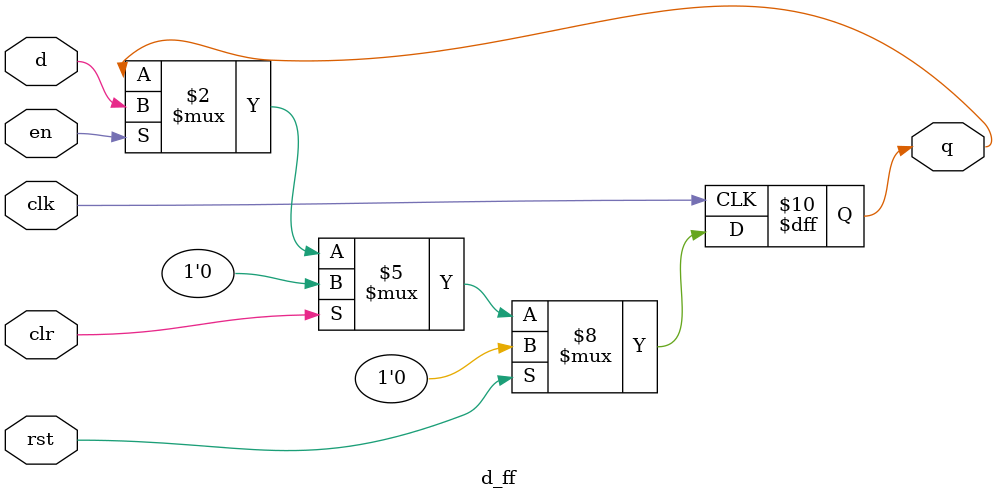
<source format=sv>
module d_ff (
    input logic clk,      // Clock input
    input logic rst,      // Reset input
    input logic clr,      // Clear input
    input logic en,       // Enable input
    input logic d,        // Data input
    output logic q        // Output
);

    always_ff @(posedge clk) begin
        if (rst) 
            q <= 0;     // Reset the register (set output to zero)
        else if (clr)
            q <= 0;     // clear output 
        else if (en)    
            q <= d;     // take in input 
    end

endmodule

</source>
